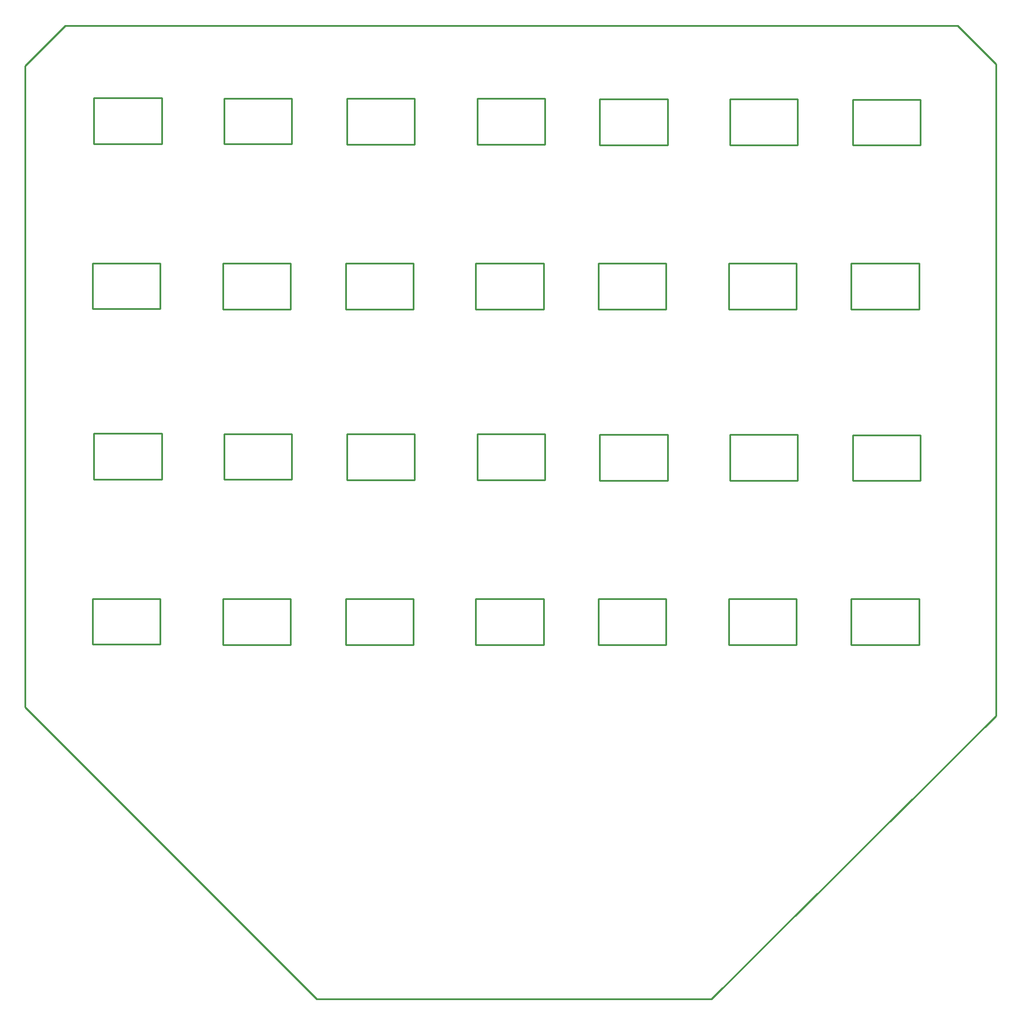
<source format=gbr>
G04 EAGLE Gerber RS-274X export*
G75*
%MOMM*%
%FSLAX34Y34*%
%LPD*%
%IN*%
%IPPOS*%
%AMOC8*
5,1,8,0,0,1.08239X$1,22.5*%
G01*
%ADD10C,0.254000*%


D10*
X134620Y-571500D02*
X558800Y-995680D01*
X1132840Y-995680D01*
X1546860Y-584200D01*
X1546860Y363220D01*
X1490980Y419100D01*
X193040Y419100D01*
X134620Y360680D01*
X134620Y-571500D01*
X232474Y-480695D02*
X330899Y-480695D01*
X330899Y-414020D01*
X232474Y-414020D01*
X232474Y-480695D01*
X1338136Y-242824D02*
X1436561Y-242824D01*
X1436561Y-176149D01*
X1338136Y-176149D01*
X1338136Y-242824D01*
X792036Y246126D02*
X890461Y246126D01*
X890461Y312801D01*
X792036Y312801D01*
X792036Y246126D01*
X1338136Y244856D02*
X1436561Y244856D01*
X1436561Y311531D01*
X1338136Y311531D01*
X1338136Y244856D01*
X232474Y6985D02*
X330899Y6985D01*
X330899Y73660D01*
X232474Y73660D01*
X232474Y6985D01*
X792036Y-241554D02*
X890461Y-241554D01*
X890461Y-174879D01*
X792036Y-174879D01*
X792036Y-241554D01*
X970344Y-242062D02*
X1068769Y-242062D01*
X1068769Y-175387D01*
X970344Y-175387D01*
X970344Y-242062D01*
X1159828Y-242316D02*
X1258253Y-242316D01*
X1258253Y-175641D01*
X1159828Y-175641D01*
X1159828Y-242316D01*
X234506Y246888D02*
X332931Y246888D01*
X332931Y313563D01*
X234506Y313563D01*
X234506Y246888D01*
X423990Y246634D02*
X522415Y246634D01*
X522415Y313309D01*
X423990Y313309D01*
X423990Y246634D01*
X1159828Y245364D02*
X1258253Y245364D01*
X1258253Y312039D01*
X1159828Y312039D01*
X1159828Y245364D01*
X970344Y245618D02*
X1068769Y245618D01*
X1068769Y312293D01*
X970344Y312293D01*
X970344Y245618D01*
X423990Y-241046D02*
X522415Y-241046D01*
X522415Y-174371D01*
X423990Y-174371D01*
X423990Y-241046D01*
X234506Y-240792D02*
X332931Y-240792D01*
X332931Y-174117D01*
X234506Y-174117D01*
X234506Y-240792D01*
X421958Y-480949D02*
X520383Y-480949D01*
X520383Y-414274D01*
X421958Y-414274D01*
X421958Y-480949D01*
X421958Y6731D02*
X520383Y6731D01*
X520383Y73406D01*
X421958Y73406D01*
X421958Y6731D01*
X1336104Y-480949D02*
X1434529Y-480949D01*
X1434529Y-414274D01*
X1336104Y-414274D01*
X1336104Y-480949D01*
X1157796Y-481203D02*
X1256221Y-481203D01*
X1256221Y-414528D01*
X1157796Y-414528D01*
X1157796Y-481203D01*
X968312Y-480949D02*
X1066737Y-480949D01*
X1066737Y-414274D01*
X968312Y-414274D01*
X968312Y-480949D01*
X790004Y-481203D02*
X888429Y-481203D01*
X888429Y-414528D01*
X790004Y-414528D01*
X790004Y-481203D01*
X600520Y-480949D02*
X698945Y-480949D01*
X698945Y-414274D01*
X600520Y-414274D01*
X600520Y-480949D01*
X600520Y6731D02*
X698945Y6731D01*
X698945Y73406D01*
X600520Y73406D01*
X600520Y6731D01*
X790004Y6477D02*
X888429Y6477D01*
X888429Y73152D01*
X790004Y73152D01*
X790004Y6477D01*
X968312Y6731D02*
X1066737Y6731D01*
X1066737Y73406D01*
X968312Y73406D01*
X968312Y6731D01*
X1157796Y6477D02*
X1256221Y6477D01*
X1256221Y73152D01*
X1157796Y73152D01*
X1157796Y6477D01*
X1336104Y6731D02*
X1434529Y6731D01*
X1434529Y73406D01*
X1336104Y73406D01*
X1336104Y6731D01*
X602552Y-241300D02*
X700977Y-241300D01*
X700977Y-174625D01*
X602552Y-174625D01*
X602552Y-241300D01*
X602552Y246380D02*
X700977Y246380D01*
X700977Y313055D01*
X602552Y313055D01*
X602552Y246380D01*
M02*

</source>
